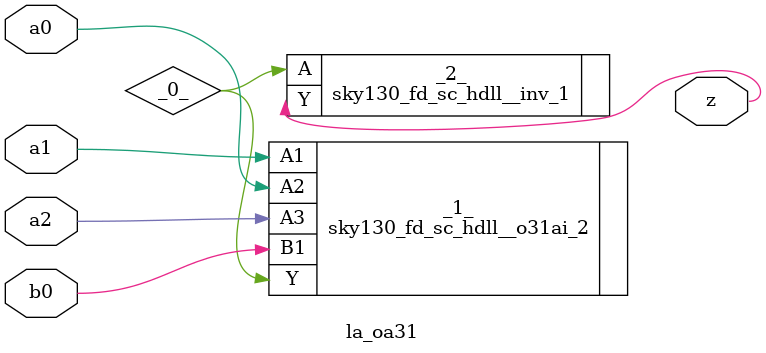
<source format=v>

/* Generated by Yosys 0.38+92 (git sha1 84116c9a3, x86_64-conda-linux-gnu-cc 11.2.0 -fvisibility-inlines-hidden -fmessage-length=0 -march=nocona -mtune=haswell -ftree-vectorize -fPIC -fstack-protector-strong -fno-plt -O2 -ffunction-sections -fdebug-prefix-map=/root/conda-eda/conda-eda/workdir/conda-env/conda-bld/yosys_1708682838165/work=/usr/local/src/conda/yosys-0.38_93_g84116c9a3 -fdebug-prefix-map=/user/projekt_pia/miniconda3/envs/sc=/usr/local/src/conda-prefix -fPIC -Os -fno-merge-constants) */

module la_oa31(a0, a1, a2, b0, z);
  wire _0_;
  input a0;
  wire a0;
  input a1;
  wire a1;
  input a2;
  wire a2;
  input b0;
  wire b0;
  output z;
  wire z;
  sky130_fd_sc_hdll__o31ai_2 _1_ (
    .A1(a1),
    .A2(a0),
    .A3(a2),
    .B1(b0),
    .Y(_0_)
  );
  sky130_fd_sc_hdll__inv_1 _2_ (
    .A(_0_),
    .Y(z)
  );
endmodule

</source>
